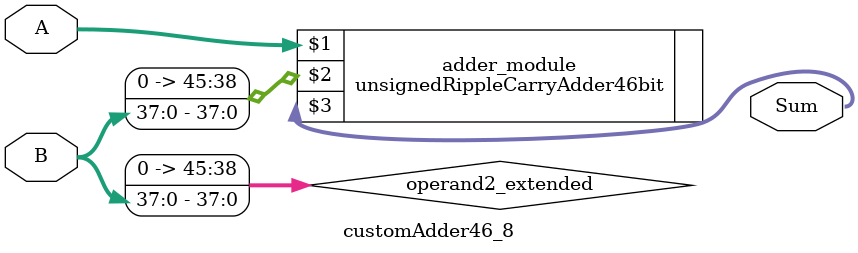
<source format=v>
module customAdder46_8(
                        input [45 : 0] A,
                        input [37 : 0] B,
                        
                        output [46 : 0] Sum
                );

        wire [45 : 0] operand2_extended;
        
        assign operand2_extended =  {8'b0, B};
        
        unsignedRippleCarryAdder46bit adder_module(
            A,
            operand2_extended,
            Sum
        );
        
        endmodule
        
</source>
